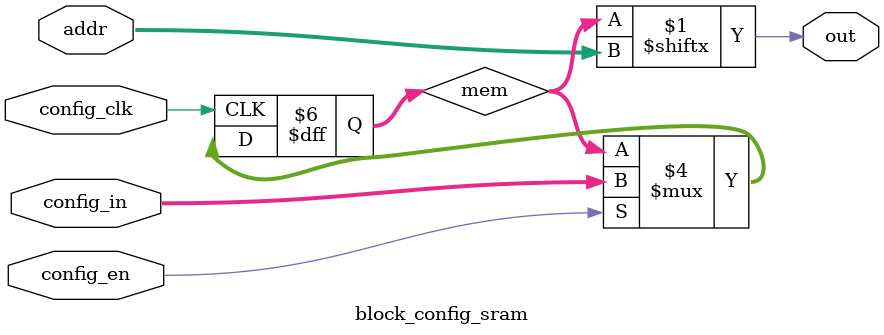
<source format=v>
module block_config_sram #(
    parameter ADDR_BITS=4, MEM_SIZE=2**ADDR_BITS
) (
    // IO
    input [ADDR_BITS-1:0] addr, 
    output out,

    // Stream Style Configuration
    input config_clk,
    input config_en,
    input [MEM_SIZE-1:0] config_in
);

reg [MEM_SIZE-1:0] mem = 0;
assign out = mem[addr];

// Block Style Configuration Logic
always @(posedge config_clk) begin
    if (config_en) begin
        mem <= config_in;
    end
end

endmodule


</source>
